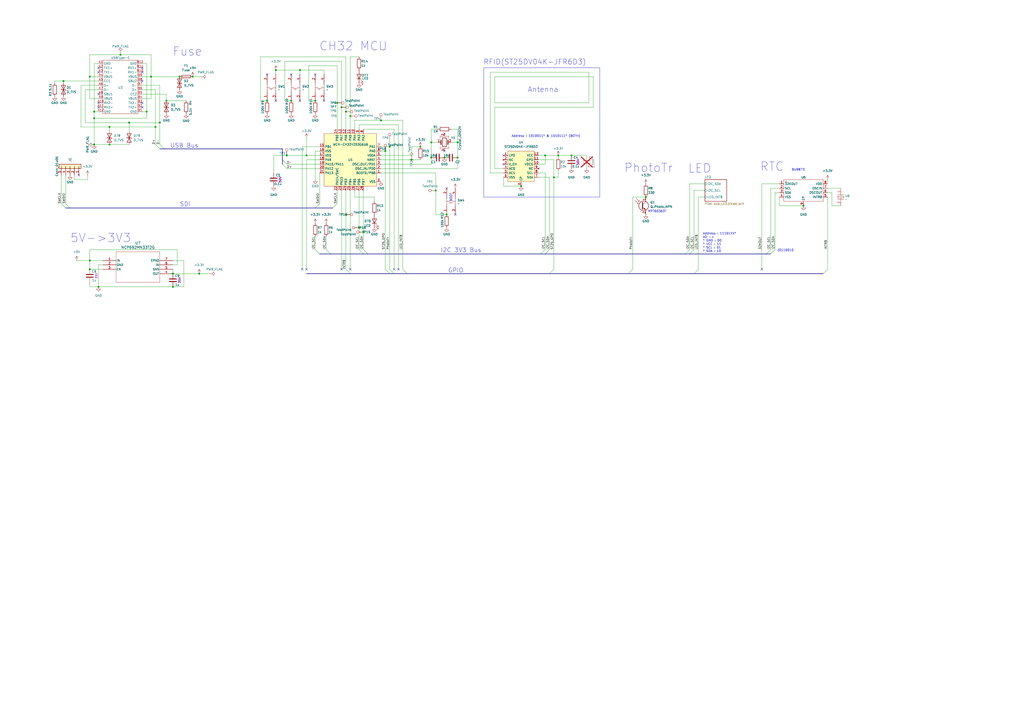
<source format=kicad_sch>
(kicad_sch (version 20231120) (generator "eeschema") (generator_version "8.0")
  (paper "A2")
  (junction (at 374.65 114.3))
  (junction (at 104.14 44.45))
  (junction (at 87.63 44.45))
  (junction (at 173.99 40.64))
  (junction (at 54.61 83.82))
  (junction (at 257.81 91.44))
  (junction (at 92.71 71.12))
  (junction (at 52.07 156.21))
  (junction (at 74.93 71.12))
  (junction (at 168.91 58.42))
  (junction (at 154.94 58.42))
  (junction (at 200.66 124.46))
  (junction (at 203.2 67.31))
  (junction (at 252.73 110.49))
  (junction (at 69.85 31.75))
  (junction (at 63.5 83.82))
  (junction (at 85.09 64.77))
  (junction (at 265.43 91.44))
  (junction (at 302.26 107.95))
  (junction (at 466.09 119.38))
  (junction (at 210.82 134.62))
  (junction (at 52.07 44.45))
  (junction (at 100.33 158.75))
  (junction (at 331.47 90.17))
  (junction (at 198.12 62.23))
  (junction (at 115.57 158.75))
  (junction (at 195.58 59.69))
  (junction (at 166.37 90.17))
  (junction (at 316.23 90.17))
  (junction (at 52.07 151.13))
  (junction (at 200.66 64.77))
  (junction (at 63.5 73.66))
  (junction (at 54.61 64.77))
  (junction (at 226.06 85.09))
  (junction (at 182.88 58.42))
  (junction (at 238.76 92.71))
  (junction (at 54.61 68.58))
  (junction (at 57.15 166.37))
  (junction (at 250.19 91.44))
  (junction (at 243.84 85.09))
  (junction (at 223.52 87.63))
  (junction (at 111.76 44.45))
  (junction (at 250.19 82.55))
  (junction (at 160.02 40.64))
  (junction (at 90.17 73.66))
  (junction (at 100.33 166.37))
  (junction (at 36.83 46.99))
  (junction (at 220.98 69.85))
  (junction (at 323.85 90.17))
  (junction (at 177.8 90.17))
  (junction (at 321.31 102.87))
  (junction (at 208.28 132.08))
  (junction (at 265.43 82.55))
  (junction (at 259.08 124.46))
  (junction (at 96.52 58.42))
  (no_connect (at 168.91 43.18))
  (no_connect (at 82.55 46.99))
  (no_connect (at 187.96 58.42))
  (no_connect (at 198.12 156.21))
  (no_connect (at 231.14 156.21))
  (no_connect (at 182.88 43.18))
  (no_connect (at 57.15 62.23))
  (no_connect (at 57.15 41.91))
  (no_connect (at 82.55 39.37))
  (no_connect (at 154.94 43.18))
  (no_connect (at 57.15 59.69))
  (no_connect (at 257.81 77.47))
  (no_connect (at 228.6 156.21))
  (no_connect (at 57.15 54.61))
  (no_connect (at 82.55 62.23))
  (no_connect (at 203.2 156.21))
  (no_connect (at 45.72 101.6))
  (no_connect (at 175.26 156.1886))
  (no_connect (at 57.15 39.37))
  (no_connect (at 82.55 59.69))
  (no_connect (at 177.8 156.21))
  (no_connect (at 264.16 124.46))
  (no_connect (at 160.02 58.42))
  (no_connect (at 257.81 87.63))
  (no_connect (at 292.1 95.25))
  (no_connect (at 292.1 90.17))
  (no_connect (at 259.08 109.22))
  (no_connect (at 441.96 156.21))
  (no_connect (at 82.55 41.91))
  (no_connect (at 173.99 58.42))
  (bus_entry (at 95.25 86.36) (size -2.54 -2.54))
  (bus_entry (at 397.51 147.32) (size 2.54 -2.54))
  (bus_entry (at 166.37 95.25) (size -2.54 -2.54))
  (bus_entry (at 195.58 118.11) (size -2.54 2.54))
  (bus_entry (at 316.23 144.78) (size -2.54 2.54))
  (bus_entry (at 182.88 144.78) (size 2.54 2.54))
  (bus_entry (at 318.77 158.75) (size 2.54 -2.54))
  (bus_entry (at 92.71 86.36) (size -2.54 -2.54))
  (bus_entry (at 210.82 144.78) (size 2.54 2.54))
  (bus_entry (at 318.77 144.78) (size -2.54 2.54))
  (bus_entry (at 208.28 144.78) (size 2.54 2.54))
  (bus_entry (at 228.6 158.75) (size -2.54 -2.54))
  (bus_entry (at 38.1 120.65) (size -2.54 -2.54))
  (bus_entry (at 40.64 120.65) (size -2.54 -2.54))
  (bus_entry (at 189.23 144.78) (size 2.54 2.54))
  (bus_entry (at 447.04 147.32) (size 2.54 -2.54))
  (bus_entry (at 405.13 156.21) (size -2.54 2.54))
  (bus_entry (at 185.42 118.11) (size -2.54 2.54))
  (bus_entry (at 444.5 147.32) (size 2.54 -2.54))
  (bus_entry (at 226.06 158.75) (size -2.54 -2.54))
  (bus_entry (at 166.37 97.79) (size -2.54 -2.54))
  (bus_entry (at 236.22 158.75) (size -2.54 -2.54))
  (bus_entry (at 364.49 158.75) (size 2.54 -2.54))
  (bus_entry (at 480.06 156.21) (size -2.54 2.54))
  (bus_entry (at 400.05 147.32) (size 2.54 -2.54))
  (bus_entry (at 200.66 156.21) (size 2.54 2.54))
  (bus (pts (xy 95.25 86.36) (xy 163.83 86.36)))
  (wire (pts (xy 200.66 110.49) (xy 200.66 124.46)))
  (wire (pts (xy 54.61 64.77) (xy 57.15 64.77)))
  (wire (pts (xy 233.68 69.85) (xy 233.68 156.21)))
  (wire (pts (xy 185.42 92.71) (xy 177.8 92.71)))
  (bus (pts (xy 38.1 120.65) (xy 40.64 120.65)))
  (wire (pts (xy 480.06 111.76) (xy 482.6 111.76)))
  (wire (pts (xy 408.94 114.3) (xy 405.13 114.3)))
  (wire (pts (xy 452.12 106.68) (xy 441.96 106.68)))
  (wire (pts (xy 46.99 73.66) (xy 63.5 73.66)))
  (wire (pts (xy 177.8 92.71) (xy 177.8 156.21)))
  (wire (pts (xy 90.17 73.66) (xy 90.17 83.82)))
  (wire (pts (xy 179.07 58.42) (xy 179.07 38.1)))
  (wire (pts (xy 54.61 68.58) (xy 85.09 68.58)))
  (bus (pts (xy 313.69 147.32) (xy 316.23 147.32)))
  (wire (pts (xy 367.03 114.3) (xy 367.03 156.21)))
  (bus (pts (xy 397.51 147.32) (xy 400.05 147.32)))
  (wire (pts (xy 220.98 90.17) (xy 238.76 90.17)))
  (wire (pts (xy 63.5 83.82) (xy 74.93 83.82)))
  (wire (pts (xy 82.55 49.53) (xy 92.71 49.53)))
  (wire (pts (xy 287.02 97.79) (xy 292.1 97.79)))
  (wire (pts (xy 261.62 82.55) (xy 265.43 82.55)))
  (wire (pts (xy 341.63 59.69) (xy 287.02 59.69)))
  (wire (pts (xy 252.73 124.46) (xy 259.08 124.46)))
  (wire (pts (xy 52.07 44.45) (xy 52.07 31.75)))
  (wire (pts (xy 57.15 166.37) (xy 100.33 166.37)))
  (wire (pts (xy 316.23 95.25) (xy 316.23 90.17)))
  (wire (pts (xy 254 74.93) (xy 250.19 74.93)))
  (wire (pts (xy 185.42 85.09) (xy 175.26 85.09)))
  (wire (pts (xy 46.99 49.53) (xy 57.15 49.53)))
  (polyline (pts (xy 280.67 39.37) (xy 280.67 114.3)))
  (wire (pts (xy 210.82 74.93) (xy 228.6 74.93)))
  (wire (pts (xy 321.31 92.71) (xy 321.31 102.87)))
  (wire (pts (xy 189.23 137.16) (xy 189.23 144.78)))
  (wire (pts (xy 321.31 102.87) (xy 321.31 156.21)))
  (bus (pts (xy 364.49 158.75) (xy 402.59 158.75)))
  (wire (pts (xy 208.28 72.39) (xy 231.14 72.39)))
  (wire (pts (xy 54.61 36.83) (xy 54.61 64.77)))
  (wire (pts (xy 82.55 64.77) (xy 85.09 64.77)))
  (wire (pts (xy 198.12 62.23) (xy 198.12 74.93)))
  (bus (pts (xy 236.22 158.75) (xy 318.77 158.75)))
  (wire (pts (xy 238.76 92.71) (xy 243.84 92.71)))
  (wire (pts (xy 177.8 80.01) (xy 177.8 90.17)))
  (wire (pts (xy 316.23 90.17) (xy 323.85 90.17)))
  (wire (pts (xy 449.58 144.78) (xy 449.58 111.76)))
  (bus (pts (xy 210.82 147.32) (xy 213.36 147.32)))
  (bus (pts (xy 444.5 147.32) (xy 447.04 147.32)))
  (wire (pts (xy 252.73 110.49) (xy 252.73 124.46)))
  (wire (pts (xy 69.85 31.75) (xy 87.63 31.75)))
  (wire (pts (xy 226.06 81.28) (xy 226.06 85.09)))
  (wire (pts (xy 203.2 110.49) (xy 203.2 156.21)))
  (wire (pts (xy 52.07 163.83) (xy 52.07 166.37)))
  (wire (pts (xy 312.42 90.17) (xy 316.23 90.17)))
  (wire (pts (xy 323.85 99.06) (xy 323.85 102.87)))
  (wire (pts (xy 166.37 97.79) (xy 185.42 97.79)))
  (wire (pts (xy 208.28 74.93) (xy 208.28 72.39)))
  (wire (pts (xy 46.99 49.53) (xy 46.99 73.66)))
  (wire (pts (xy 205.74 69.85) (xy 220.98 69.85)))
  (wire (pts (xy 250.19 82.55) (xy 254 82.55)))
  (wire (pts (xy 49.53 52.07) (xy 57.15 52.07)))
  (wire (pts (xy 102.87 144.78) (xy 52.07 144.78)))
  (wire (pts (xy 182.88 58.42) (xy 179.07 58.42)))
  (bus (pts (xy 402.59 158.75) (xy 477.52 158.75)))
  (wire (pts (xy 59.69 156.21) (xy 52.07 156.21)))
  (wire (pts (xy 54.61 68.58) (xy 54.61 83.82)))
  (wire (pts (xy 344.17 44.45) (xy 344.17 62.23)))
  (wire (pts (xy 187.96 43.18) (xy 187.96 40.64)))
  (wire (pts (xy 203.2 33.02) (xy 203.2 67.31)))
  (wire (pts (xy 265.43 74.93) (xy 265.43 82.55)))
  (wire (pts (xy 52.07 44.45) (xy 57.15 44.45)))
  (wire (pts (xy 87.63 44.45) (xy 87.63 31.75)))
  (wire (pts (xy 57.15 36.83) (xy 54.61 36.83)))
  (wire (pts (xy 200.66 64.77) (xy 200.66 74.93)))
  (wire (pts (xy 85.09 64.77) (xy 85.09 68.58)))
  (wire (pts (xy 106.68 151.13) (xy 106.68 166.37)))
  (wire (pts (xy 200.66 33.02) (xy 200.66 64.77)))
  (wire (pts (xy 57.15 153.67) (xy 57.15 166.37)))
  (wire (pts (xy 52.07 144.78) (xy 52.07 151.13)))
  (wire (pts (xy 217.17 114.3) (xy 205.74 114.3)))
  (wire (pts (xy 59.69 153.67) (xy 57.15 153.67)))
  (wire (pts (xy 63.5 73.66) (xy 63.5 76.2)))
  (wire (pts (xy 38.1 101.6) (xy 38.1 118.11)))
  (wire (pts (xy 220.98 92.71) (xy 238.76 92.71)))
  (wire (pts (xy 261.62 74.93) (xy 265.43 74.93)))
  (bus (pts (xy 228.6 158.75) (xy 236.22 158.75)))
  (bus (pts (xy 92.71 86.36) (xy 95.25 86.36)))
  (wire (pts (xy 200.66 33.02) (xy 151.13 33.02)))
  (wire (pts (xy 185.42 100.33) (xy 185.42 118.11)))
  (wire (pts (xy 92.71 71.12) (xy 92.71 83.82)))
  (wire (pts (xy 400.05 106.68) (xy 408.94 106.68)))
  (wire (pts (xy 50.8 104.14) (xy 43.18 104.14)))
  (wire (pts (xy 341.63 41.91) (xy 341.63 59.69)))
  (wire (pts (xy 482.6 111.76) (xy 482.6 119.38)))
  (wire (pts (xy 185.42 87.63) (xy 182.88 87.63)))
  (wire (pts (xy 82.55 57.15) (xy 87.63 57.15)))
  (wire (pts (xy 223.52 87.63) (xy 223.52 156.21)))
  (wire (pts (xy 441.96 106.68) (xy 441.96 156.21)))
  (wire (pts (xy 151.13 58.42) (xy 151.13 33.02)))
  (wire (pts (xy 195.58 59.69) (xy 195.58 74.93)))
  (wire (pts (xy 198.12 110.49) (xy 198.12 156.21)))
  (wire (pts (xy 205.74 114.3) (xy 205.74 110.49)))
  (wire (pts (xy 102.87 153.67) (xy 102.87 144.78)))
  (wire (pts (xy 92.71 49.53) (xy 92.71 71.12)))
  (wire (pts (xy 480.06 109.22) (xy 487.68 109.22)))
  (wire (pts (xy 400.05 144.78) (xy 400.05 106.68)))
  (wire (pts (xy 96.52 58.42) (xy 96.52 54.61)))
  (wire (pts (xy 195.58 110.49) (xy 195.58 118.11)))
  (wire (pts (xy 480.06 114.3) (xy 480.06 156.21)))
  (wire (pts (xy 158.75 90.17) (xy 166.37 90.17)))
  (wire (pts (xy 220.98 97.79) (xy 265.43 97.79)))
  (wire (pts (xy 452.12 109.22) (xy 447.04 109.22)))
  (wire (pts (xy 100.33 153.67) (xy 102.87 153.67)))
  (wire (pts (xy 220.98 100.33) (xy 252.73 100.33)))
  (wire (pts (xy 220.98 95.25) (xy 250.19 95.25)))
  (wire (pts (xy 284.48 100.33) (xy 292.1 100.33)))
  (wire (pts (xy 287.02 44.45) (xy 344.17 44.45)))
  (wire (pts (xy 331.47 90.17) (xy 340.36 90.17)))
  (wire (pts (xy 284.48 41.91) (xy 341.63 41.91)))
  (wire (pts (xy 203.2 67.31) (xy 203.2 74.93)))
  (wire (pts (xy 292.1 102.87) (xy 292.1 107.95)))
  (wire (pts (xy 96.52 58.42) (xy 107.95 58.42)))
  (wire (pts (xy 238.76 85.09) (xy 238.76 90.17)))
  (wire (pts (xy 158.75 100.33) (xy 158.75 90.17)))
  (bus (pts (xy 182.88 120.65) (xy 193.04 120.65)))
  (wire (pts (xy 74.93 71.12) (xy 74.93 76.2)))
  (wire (pts (xy 100.33 156.21) (xy 100.33 158.75)))
  (wire (pts (xy 312.42 102.87) (xy 318.77 102.87)))
  (wire (pts (xy 43.18 101.6) (xy 43.18 104.14)))
  (wire (pts (xy 52.07 57.15) (xy 57.15 57.15)))
  (wire (pts (xy 52.07 156.21) (xy 52.07 151.13)))
  (wire (pts (xy 287.02 62.23) (xy 287.02 97.79)))
  (wire (pts (xy 49.53 71.12) (xy 74.93 71.12)))
  (wire (pts (xy 69.85 31.75) (xy 69.85 30.48)))
  (wire (pts (xy 111.76 44.45) (xy 116.84 44.45)))
  (polyline (pts (xy 347.98 114.3) (xy 280.67 114.3)))
  (wire (pts (xy 312.42 95.25) (xy 316.23 95.25)))
  (wire (pts (xy 252.73 100.33) (xy 252.73 110.49)))
  (wire (pts (xy 449.58 111.76) (xy 452.12 111.76)))
  (wire (pts (xy 100.33 158.75) (xy 115.57 158.75)))
  (wire (pts (xy 220.98 87.63) (xy 223.52 87.63)))
  (wire (pts (xy 447.04 109.22) (xy 447.04 144.78)))
  (wire (pts (xy 63.5 73.66) (xy 90.17 73.66)))
  (wire (pts (xy 250.19 95.25) (xy 250.19 91.44)))
  (wire (pts (xy 323.85 90.17) (xy 323.85 91.44)))
  (wire (pts (xy 210.82 110.49) (xy 210.82 134.62)))
  (wire (pts (xy 187.96 40.64) (xy 173.99 40.64)))
  (wire (pts (xy 173.99 43.18) (xy 173.99 40.64)))
  (wire (pts (xy 52.07 151.13) (xy 59.69 151.13)))
  (bus (pts (xy 400.05 147.32) (xy 444.5 147.32)))
  (wire (pts (xy 228.6 74.93) (xy 228.6 156.21)))
  (wire (pts (xy 90.17 52.07) (xy 90.17 73.66)))
  (wire (pts (xy 312.42 92.71) (xy 321.31 92.71)))
  (wire (pts (xy 35.56 101.6) (xy 35.56 118.11)))
  (wire (pts (xy 36.83 46.99) (xy 57.15 46.99)))
  (bus (pts (xy 226.06 158.75) (xy 228.6 158.75)))
  (wire (pts (xy 166.37 90.17) (xy 177.8 90.17)))
  (bus (pts (xy 177.8 158.75) (xy 203.2 158.75)))
  (wire (pts (xy 82.55 36.83) (xy 85.09 36.83)))
  (bus (pts (xy 163.83 92.71) (xy 163.83 86.36)))
  (wire (pts (xy 208.28 110.49) (xy 208.28 132.08)))
  (wire (pts (xy 250.19 82.55) (xy 250.19 91.44)))
  (wire (pts (xy 208.28 33.02) (xy 203.2 33.02)))
  (wire (pts (xy 405.13 114.3) (xy 405.13 156.21)))
  (wire (pts (xy 179.07 38.1) (xy 195.58 38.1)))
  (wire (pts (xy 54.61 64.77) (xy 54.61 68.58)))
  (bus (pts (xy 318.77 158.75) (xy 364.49 158.75)))
  (bus (pts (xy 203.2 158.75) (xy 226.06 158.75)))
  (wire (pts (xy 480.06 104.14) (xy 480.06 106.68)))
  (wire (pts (xy 166.37 95.25) (xy 185.42 95.25)))
  (polyline (pts (xy 347.98 39.37) (xy 347.98 114.3)))
  (wire (pts (xy 182.88 137.16) (xy 182.88 144.78)))
  (wire (pts (xy 31.75 48.26) (xy 31.75 46.99)))
  (wire (pts (xy 408.94 110.49) (xy 402.59 110.49)))
  (wire (pts (xy 44.45 151.13) (xy 52.07 151.13)))
  (wire (pts (xy 402.59 110.49) (xy 402.59 144.78)))
  (wire (pts (xy 316.23 100.33) (xy 316.23 144.78)))
  (bus (pts (xy 185.42 147.32) (xy 191.77 147.32)))
  (wire (pts (xy 87.63 44.45) (xy 104.14 44.45)))
  (wire (pts (xy 231.14 72.39) (xy 231.14 156.21)))
  (wire (pts (xy 82.55 52.07) (xy 90.17 52.07)))
  (wire (pts (xy 168.91 58.42) (xy 165.1 58.42)))
  (wire (pts (xy 482.6 119.38) (xy 487.68 119.38)))
  (wire (pts (xy 54.61 83.82) (xy 63.5 83.82)))
  (wire (pts (xy 318.77 102.87) (xy 318.77 144.78)))
  (wire (pts (xy 226.06 85.09) (xy 226.06 156.21)))
  (wire (pts (xy 250.19 74.93) (xy 250.19 82.55)))
  (wire (pts (xy 205.74 74.93) (xy 205.74 69.85)))
  (wire (pts (xy 323.85 90.17) (xy 331.47 90.17)))
  (wire (pts (xy 316.23 100.33) (xy 312.42 100.33)))
  (bus (pts (xy 191.77 147.32) (xy 210.82 147.32)))
  (bus (pts (xy 213.36 147.32) (xy 313.69 147.32)))
  (wire (pts (xy 165.1 58.42) (xy 165.1 35.56)))
  (wire (pts (xy 85.09 64.77) (xy 85.09 36.83)))
  (wire (pts (xy 100.33 151.13) (xy 106.68 151.13)))
  (wire (pts (xy 160.02 40.64) (xy 160.02 43.18)))
  (wire (pts (xy 210.82 134.62) (xy 210.82 144.78)))
  (wire (pts (xy 50.8 101.6) (xy 50.8 104.14)))
  (wire (pts (xy 100.33 166.37) (xy 106.68 166.37)))
  (wire (pts (xy 452.12 119.38) (xy 466.09 119.38)))
  (bus (pts (xy 40.64 120.65) (xy 182.88 120.65)))
  (wire (pts (xy 160.02 40.64) (xy 173.99 40.64)))
  (wire (pts (xy 220.98 69.85) (xy 233.68 69.85)))
  (wire (pts (xy 175.26 85.09) (xy 175.26 156.21)))
  (bus (pts (xy 163.83 95.25) (xy 163.83 92.71)))
  (wire (pts (xy 217.17 116.84) (xy 217.17 114.3)))
  (wire (pts (xy 323.85 102.87) (xy 321.31 102.87)))
  (wire (pts (xy 208.28 132.08) (xy 208.28 144.78)))
  (wire (pts (xy 36.83 46.99) (xy 31.75 46.99)))
  (wire (pts (xy 52.07 44.45) (xy 52.07 57.15)))
  (wire (pts (xy 302.26 107.95) (xy 292.1 107.95)))
  (wire (pts (xy 177.8 90.17) (xy 185.42 90.17)))
  (wire (pts (xy 265.43 82.55) (xy 265.43 91.44)))
  (wire (pts (xy 52.07 31.75) (xy 69.85 31.75)))
  (wire (pts (xy 87.63 44.45) (xy 87.63 57.15)))
  (wire (pts (xy 344.17 62.23) (xy 287.02 62.23)))
  (wire (pts (xy 287.02 59.69) (xy 287.02 44.45)))
  (wire (pts (xy 195.58 38.1) (xy 195.58 59.69)))
  (wire (pts (xy 74.93 71.12) (xy 92.71 71.12)))
  (wire (pts (xy 198.12 35.56) (xy 165.1 35.56)))
  (wire (pts (xy 52.07 166.37) (xy 57.15 166.37)))
  (wire (pts (xy 154.94 58.42) (xy 151.13 58.42)))
  (wire (pts (xy 82.55 54.61) (xy 96.52 54.61)))
  (wire (pts (xy 36.83 48.26) (xy 36.83 46.99)))
  (wire (pts (xy 121.92 158.75) (xy 115.57 158.75)))
  (wire (pts (xy 198.12 35.56) (xy 198.12 62.23)))
  (wire (pts (xy 49.53 52.07) (xy 49.53 71.12)))
  (wire (pts (xy 220.98 85.09) (xy 226.06 85.09)))
  (wire (pts (xy 265.43 97.79) (xy 265.43 91.44)))
  (wire (pts (xy 452.12 114.3) (xy 452.12 119.38)))
  (polyline (pts (xy 280.67 39.37) (xy 347.98 39.37)))
  (bus (pts (xy 316.23 147.32) (xy 397.51 147.32)))
  (wire (pts (xy 284.48 100.33) (xy 284.48 41.91)))
  (wire (pts (xy 243.84 85.09) (xy 238.76 85.09)))
  (wire (pts (xy 200.66 124.46) (xy 200.66 156.21)))
  (wire (pts (xy 374.65 114.3) (xy 367.03 114.3)))
  (wire (pts (xy 182.88 87.63) (xy 182.88 104.14)))
  (wire (pts (xy 82.55 44.45) (xy 87.63 44.45)))
  (text "Address : 11101XX*\nAD ->\n* GND : 00\n* VCC : 11\n* SCL : 01\n* SDA : 10" (at 407.67 146.558 0) (effects (font (size 1.27 1.27)) (justify left bottom)))
  (text "PhotoTr" (at 376.174 97.536 0) (effects (font (size 5 5))))
  (text "MPT60363T" (at 381.254 122.682 0) (effects (font (size 1.27 1.27))))
  (text "GPIO" (at 264.414 156.972 0) (effects (font (size 2.5 2.5))))
  (text "RFID(ST25DV04K-JFR6D3)" (at 280.416 37.846 0) (effects (font (size 3 3)) (justify left bottom)))
  (text "(0110010" (at 455.676 145.288 0) (effects (font (size 1.27 1.27))))
  (text "USB Bus" (at 106.934 84.582 0) (effects (font (size 2.5 2.5))))
  (text "RTC" (at 447.802 96.774 0) (effects (font (size 5 5))))
  (text "Fuse" (at 108.712 29.972 0) (effects (font (size 5 5))))
  (text "BU9873" (at 463.042 98.552 0) (effects (font (size 1.27 1.27))))
  (text "BOOT" (at 261.62 114.554 90) (effects (font (size 1.27 1.27))))
  (text "5V->3V3" (at 58.42 138.176 0) (effects (font (size 5 5))))
  (text "Antenna" (at 306.07 53.848 0) (effects (font (size 3 3)) (justify left bottom)))
  (text "CH32 MCU" (at 204.978 26.924 0) (effects (font (size 5 5))))
  (text "SDI" (at 107.442 118.618 0) (effects (font (size 2.5 2.5))))
  (text "LED" (at 405.892 97.79 0) (effects (font (size 5 5))))
  (text "I2C 3V3 Bus" (at 267.462 145.288 0) (effects (font (size 2.5 2.5))))
  (text "Address : 1010011* & 1010111* (BOTH)" (at 296.672 79.756 0) (effects (font (size 1.27 1.27)) (justify left bottom)))
  (label "I2C_SCL" (at 316.23 144.78 90))
  (label "32KOUT" (at 441.96 144.78 90))
  (label "ST25_GPO" (at 223.52 144.78 90))
  (label "D-" (at 166.37 95.25 0))
  (label "PhotoTr" (at 226.06 144.78 90))
  (label "I2C_SDA" (at 318.77 144.78 90))
  (label "D-" (at 92.71 83.82 90))
  (label "INTRB" (at 200.66 156.21 90))
  (label "I2C_SDA" (at 210.82 144.78 90))
  (label "I2C_SCL" (at 447.04 144.78 90))
  (label "I2C_SCL" (at 208.28 144.78 90))
  (label "LED_INTB" (at 405.13 144.78 90))
  (label "I2C_SDA" (at 400.05 144.78 90))
  (label "SWDIO" (at 185.42 118.11 90))
  (label "I2C_SDA" (at 189.23 144.78 90))
  (label "PhotoTr" (at 367.03 144.78 90))
  (label "SWCLK" (at 35.56 118.11 90))
  (label "D+" (at 90.17 83.82 90))
  (label "I2C_SCL" (at 402.59 144.78 90))
  (label "ST25_GPO" (at 321.31 144.78 90))
  (label "I2C_SDA" (at 449.58 144.78 90))
  (label "SWDIO" (at 38.1 118.11 90))
  (label "I2C_SCL" (at 182.88 144.78 90))
  (label "SWCLK" (at 195.58 118.11 90))
  (label "LED_INTB" (at 233.68 144.78 90))
  (label "INTRB" (at 480.06 144.78 90))
  (label "D+" (at 166.37 97.79 0))
  (symbol (lib_id "Device:R") (at 257.81 74.93 90) (unit 1)
    (property "Reference" "R1" (at 252.73 73.66 90))
    (property "Value" "1M" (at 252.73 76.2 90))
    (property "Footprint" "Resistor_SMD:R_0402_1005Metric" (effects (hide yes)))
    (property "LCSC" "C26083" (effects (hide yes)))
    (property "MPN" "0402WGF1004TCE" (effects (hide yes)))
  )
  (symbol (lib_id "power:+5V") (at 44.45 151.13 0) (unit 1)
    (property "Reference" "#PWR023" (effects (hide yes)))
    (property "Value" "+5V" (at 44.45 146.05 0))
    (property "Description" "Power symbol creates a global label with name \"+5V\"" (effects (hide yes)))
  )
  (symbol (lib_id "power:+3.3V") (at 323.85 90.17 0) (unit 1)
    (property "Reference" "#PWR041" (effects (hide yes)))
    (property "Value" "+3.3V" (at 323.85 86.106 0))
    (property "Description" "Power symbol creates a global label with name \"+3.3V\"" (effects (hide yes)))
  )
  (symbol (lib_id "power:PWR_FLAG") (at 69.85 30.48 0) (unit 1)
    (property "Reference" "#FLG01" (effects (hide yes)))
    (property "Value" "PWR_FLAG" (at 69.85 26.924 0))
  )
  (symbol (lib_id "Device:C") (at 340.36 93.98 0) (unit 1) (dnp yes)
    (property "Reference" "C3" (at 342.9 91.44 0))
    (property "Value" "4.7u" (at 342.9 96.52 0))
    (property "Footprint" "Capacitor_SMD:C_0402_1005Metric" (effects (hide yes)))
    (property "LCSC" "C23733" (effects (hide yes)))
    (property "MPN" "CL05A475MP5NRNC" (effects (hide yes)))
    (property "V" "10V" (at 344.17 93.98 90))
  )
  (symbol (lib_id "power:GND") (at 340.36 97.79 0) (unit 1)
    (property "Reference" "#PWR04" (effects (hide yes)))
    (property "Value" "GND" (at 340.36 102.87 0))
  )
  (symbol (lib_id "Device:Q_Photo_NPN") (at 372.11 119.38 0) (unit 1)
    (property "Reference" "Q1" (at 377.19 117.3606 0) (effects (justify left)))
    (property "Value" "Q_Photo_NPN" (at 377.19 119.9006 0) (effects (justify left)))
    (property "Footprint" "__prj_type-c-clock-analog:MPT6036T" (effects (hide yes)))
    (property "Description" "NPN phototransistor, collector/emitter" (effects (hide yes)))
    (property "LCSC" "C50493" (effects (hide yes)))
    (property "MPN" "MPT60363T" (effects (hide yes)))
  )
  (symbol (lib_id "__prj_type-c-clock-analog:TS-1087SM-26") (at 185.42 50.8 90) (unit 1)
    (property "Reference" "SW3" (at 189.23 50.1649 90) (effects (justify right)))
    (property "Value" "~" (at 189.23 52.07 90) (effects (justify right)))
    (property "Footprint" "__prj_type-c-clock-analog:KEY-SMD_4P-L4.8-W4.8-P3.70-LS6.4-TL" (effects (hide yes)))
    (property "LCSC" "C455275" (effects (hide yes)))
    (property "MPN" "TS-1087SM-26" (effects (hide yes)))
  )
  (symbol (lib_id "power:+3.3V") (at 182.88 129.54 0) (unit 1)
    (property "Reference" "#PWR025" (effects (hide yes)))
    (property "Value" "+3.3V" (at 182.88 124.46 0))
    (property "Description" "Power symbol creates a global label with name \"+3.3V\"" (effects (hide yes)))
  )
  (symbol (lib_id "Device:R") (at 182.88 133.35 0) (unit 1)
    (property "Reference" "R7" (at 184.15 132.08 0) (effects (justify left)))
    (property "Value" "1k" (at 184.15 134.62 0) (effects (justify left)))
    (property "Footprint" "Resistor_SMD:R_0402_1005Metric" (effects (hide yes)))
    (property "LCSC" "C11702" (effects (hide yes)))
    (property "MPN" "0402WGF1001TCE" (effects (hide yes)))
  )
  (symbol (lib_id "Device:R") (at 168.91 62.23 0) (unit 1)
    (property "Reference" "R10" (at 166.37 60.96 90) (effects (justify left)))
    (property "Value" "100k" (at 166.37 66.04 90) (effects (justify left)))
    (property "Footprint" "Resistor_SMD:R_0402_1005Metric" (effects (hide yes)))
    (property "LCSC" "C25741" (effects (hide yes)))
    (property "MPN" "0402WGF1003TCE" (effects (hide yes)))
  )
  (symbol (lib_id "__member_card_2023:ST25DV04K-JFR6D3") (at 302.26 96.52 0) (unit 1)
    (property "Reference" "U4" (at 302.26 82.55 0))
    (property "Value" "ST25DV04K-JFR6D3" (at 302.26 85.09 0))
    (property "Footprint" "__prj_type-c-clock-analog:ST25DV04K-JFR6D3" (effects (hide yes)))
    (property "LCSC" "C2654815" (effects (hide yes)))
    (property "MPN" "ST25DV04K-JFR6D3" (effects (hide yes)))
  )
  (symbol (lib_id "Device:D_TVS") (at 96.52 62.23 90) (unit 1)
    (property "Reference" "D3" (at 99.06 60.96 90) (effects (justify right)))
    (property "Value" "D_TVS" (at 99.06 63.5 90) (effects (justify right)))
    (property "Footprint" "Fuse:Fuse_0402_1005Metric" (effects (hide yes)))
    (property "LCSC" "C316059" (effects (hide yes)))
    (property "MPN" "BPESD0402-05ST" (effects (hide yes)))
  )
  (symbol (lib_id "Connector:TestPoint") (at 195.58 59.69 270) (unit 1)
    (property "Reference" "TP8" (at 191.516 59.69 90) (effects (justify left)))
    (property "Value" "TestPoint" (at 199.898 58.42 90) (effects (justify left)))
    (property "Footprint" "__prj_type-c-clock-analog:TestPoint_Pad_D1.0mm" (effects (hide yes)))
    (property "Description" "test point" (effects (hide yes)))
  )
  (symbol (lib_id "__prj_type-c-clock-analog:TS-1087SM-26") (at 261.62 116.84 90) (unit 1)
    (property "Reference" "SW4" (at 265.43 116.2049 90) (effects (justify right)))
    (property "Value" "~" (at 265.43 118.11 90) (effects (justify right)))
    (property "Footprint" "__prj_type-c-clock-analog:KEY-SMD_4P-L4.8-W4.8-P3.70-LS6.4-TL" (effects (hide yes)))
    (property "LCSC" "C455275" (effects (hide yes)))
    (property "MPN" "TS-1087SM-26" (effects (hide yes)))
  )
  (symbol (lib_id "Connector:TestPoint") (at 200.66 64.77 270) (unit 1)
    (property "Reference" "TP6" (at 191.516 64.262 90) (effects (justify left)))
    (property "Value" "TestPoint" (at 205.232 64.262 90) (effects (justify left)))
    (property "Footprint" "__prj_type-c-clock-analog:TestPoint_Pad_D1.0mm" (effects (hide yes)))
    (property "Description" "test point" (effects (hide yes)))
  )
  (symbol (lib_id "power:GND") (at 36.83 55.88 0) (unit 1)
    (property "Reference" "#PWR06" (effects (hide yes)))
    (property "Value" "GND" (at 36.83 59.69 0))
  )
  (symbol (lib_id "Device:R") (at 208.28 36.83 0) (unit 1)
    (property "Reference" "R14" (at 209.55 35.56 0) (effects (justify left)))
    (property "Value" "1k" (at 209.55 38.1 0) (effects (justify left)))
    (property "Footprint" "Resistor_SMD:R_0402_1005Metric" (effects (hide yes)))
    (property "LCSC" "C11702" (effects (hide yes)))
    (property "MPN" "0402WGF1001TCE" (effects (hide yes)))
  )
  (symbol (lib_id "__prj_type-c-clock-analog:TS-1087SM-26") (at 157.48 50.8 90) (unit 1)
    (property "Reference" "SW1" (at 161.29 50.1649 90) (effects (justify right)))
    (property "Value" "~" (at 161.29 52.07 90) (effects (justify right)))
    (property "Footprint" "__prj_type-c-clock-analog:KEY-SMD_4P-L4.8-W4.8-P3.70-LS6.4-TL" (effects (hide yes)))
    (property "LCSC" "C455275" (effects (hide yes)))
    (property "MPN" "TS-1087SM-26" (effects (hide yes)))
  )
  (symbol (lib_id "power:GND") (at 168.91 66.04 0) (unit 1)
    (property "Reference" "#PWR034" (effects (hide yes)))
    (property "Value" "GND" (at 168.91 69.85 0))
  )
  (symbol (lib_id "power:+3.3V") (at 480.06 104.14 0) (unit 1)
    (property "Reference" "#PWR019" (effects (hide yes)))
    (property "Value" "+3.3V" (at 480.06 99.06 0))
    (property "Description" "Power symbol creates a global label with name \"+3.3V\"" (effects (hide yes)))
  )
  (symbol (lib_id "Device:R") (at 323.85 95.25 0) (unit 1)
    (property "Reference" "R2" (at 325.12 93.98 0) (effects (justify left)))
    (property "Value" "10k" (at 325.12 96.52 0) (effects (justify left)))
    (property "Footprint" "Resistor_SMD:R_0402_1005Metric" (effects (hide yes)))
    (property "LCSC" "C25744" (effects (hide yes)))
    (property "MPN" "0402WGF1002TCE" (effects (hide yes)))
  )
  (symbol (lib_id "power:GND") (at 259.08 132.08 0) (unit 1)
    (property "Reference" "#PWR031" (effects (hide yes)))
    (property "Value" "GND" (at 259.08 135.89 0))
  )
  (symbol (lib_id "power:GND") (at 331.47 97.79 0) (unit 1)
    (property "Reference" "#PWR05" (effects (hide yes)))
    (property "Value" "GND" (at 331.47 102.87 0))
  )
  (symbol (lib_id "power:+3.3V") (at 160.02 40.64 0) (unit 1)
    (property "Reference" "#PWR032" (effects (hide yes)))
    (property "Value" "+3.3V" (at 160.02 35.56 0))
    (property "Description" "Power symbol creates a global label with name \"+3.3V\"" (effects (hide yes)))
  )
  (symbol (lib_id "Device:R") (at 182.88 62.23 0) (unit 1)
    (property "Reference" "R11" (at 180.34 60.96 90) (effects (justify left)))
    (property "Value" "100k" (at 180.34 66.04 90) (effects (justify left)))
    (property "Footprint" "Resistor_SMD:R_0402_1005Metric" (effects (hide yes)))
    (property "LCSC" "C25741" (effects (hide yes)))
    (property "MPN" "0402WGF1003TCE" (effects (hide yes)))
  )
  (symbol (lib_id "Connector:TestPoint") (at 203.2 67.31 270) (unit 1)
    (property "Reference" "TP5" (at 191.77 67.31 90) (effects (justify left)))
    (property "Value" "TestPoint" (at 207.518 67.056 90) (effects (justify left)))
    (property "Footprint" "__prj_type-c-clock-analog:TestPoint_Pad_D1.0mm" (effects (hide yes)))
    (property "Description" "test point" (effects (hide yes)))
  )
  (symbol (lib_id "power:GND") (at 104.14 52.07 0) (unit 1)
    (property "Reference" "#PWR07" (effects (hide yes)))
    (property "Value" "GND" (at 104.14 55.88 0))
  )
  (symbol (lib_id "Koyama:USBType-C") (at 69.85 50.8 0) (unit 1)
    (property "Reference" "U3" (at 69.85 50.8 0))
    (property "Value" "USBType-C" (at 69.85 33.528 0))
    (property "Footprint" "__prj_type-c-clock-analog:USBType-C" (effects (hide yes)))
  )
  (symbol (lib_id "Connector:TestPoint") (at 166.37 90.17 0) (unit 1)
    (property "Reference" "TP11" (at 162.052 88.9 0) (effects (justify left)))
    (property "Value" "TestPoint" (at 167.64 86.614 0) (effects (justify left)))
    (property "Footprint" "__prj_type-c-clock-analog:TestPoint_Pad_D1.0mm" (effects (hide yes)))
    (property "Description" "test point" (effects (hide yes)))
  )
  (symbol (lib_id "power:PWR_FLAG") (at 121.92 158.75 270) (unit 1)
    (property "Reference" "#FLG04" (effects (hide yes)))
    (property "Value" "PWR_FLAG" (at 124.46 156.21 90))
  )
  (symbol (lib_id "power:+3.3V") (at 374.65 106.68 0) (unit 1)
    (property "Reference" "#PWR020" (effects (hide yes)))
    (property "Value" "+3.3V" (at 374.65 101.6 0))
    (property "Description" "Power symbol creates a global label with name \"+3.3V\"" (effects (hide yes)))
  )
  (symbol (lib_id "power:+3.3V") (at 264.16 109.22 0) (unit 1)
    (property "Reference" "#PWR035" (effects (hide yes)))
    (property "Value" "+3.3V" (at 264.16 104.14 0))
    (property "Description" "Power symbol creates a global label with name \"+3.3V\"" (effects (hide yes)))
  )
  (symbol (lib_id "__prj_type-c-clock-analog:CM9V-T1A-32.768KHZ-9PF-20PPM-TA-QC") (at 487.68 114.3 270) (unit 1)
    (property "Reference" "U6" (at 490.22 113.6649 90) (effects (justify left)))
    (property "Value" "~" (at 490.22 115.57 90) (effects (justify left)))
    (property "Footprint" "__prj_type-c-clock-analog:CRYSTAL-SMD_L1.6-W1.0" (effects (hide yes)))
    (property "LCSC" "C5366547" (effects (hide yes)))
    (property "MPN" "CM9V-T1A-32.768KHZ-9PF-20PPM-TA-QC" (effects (hide yes)))
  )
  (symbol (lib_id "Device:R") (at 31.75 52.07 180) (unit 1)
    (property "Reference" "R3" (at 29.21 54.61 90))
    (property "Value" "5.1k" (at 29.21 50.546 90))
    (property "Footprint" "Resistor_SMD:R_0402_1005Metric" (effects (hide yes)))
    (property "LCSC" "C25905" (effects (hide yes)))
    (property "MPN" "0402WGF5101TCE" (effects (hide yes)))
  )
  (symbol (lib_id "Connector:TestPoint") (at 208.28 132.08 90) (unit 1)
    (property "Reference" "TP18" (at 212.344 132.08 90) (effects (justify left)))
    (property "Value" "TestPoint" (at 203.962 133.35 90) (effects (justify left)))
    (property "Footprint" "__prj_type-c-clock-analog:TestPoint_Pad_D1.0mm" (effects (hide yes)))
    (property "Description" "test point" (effects (hide yes)))
  )
  (symbol (lib_id "power:GND") (at 96.52 66.04 0) (unit 1)
    (property "Reference" "#PWR010" (effects (hide yes)))
    (property "Value" "GND" (at 96.52 69.85 0))
  )
  (symbol (lib_id "power:+3.3V") (at 189.23 129.54 0) (unit 1)
    (property "Reference" "#PWR026" (effects (hide yes)))
    (property "Value" "+3.3V" (at 189.23 124.46 0))
    (property "Description" "Power symbol creates a global label with name \"+3.3V\"" (effects (hide yes)))
  )
  (symbol (lib_id "Device:D_TVS") (at 104.14 48.26 90) (unit 1)
    (property "Reference" "D2" (at 106.68 46.99 90) (effects (justify right)))
    (property "Value" "D_TVS" (at 106.68 49.53 90) (effects (justify right)))
    (property "Footprint" "Fuse:Fuse_0402_1005Metric" (effects (hide yes)))
    (property "LCSC" "C316059" (effects (hide yes)))
    (property "MPN" "BPESD0402-05ST" (effects (hide yes)))
  )
  (symbol (lib_id "Device:R") (at 259.08 128.27 0) (unit 1)
    (property "Reference" "R12" (at 256.54 127 90) (effects (justify left)))
    (property "Value" "100k" (at 256.54 132.08 90) (effects (justify left)))
    (property "Footprint" "Resistor_SMD:R_0402_1005Metric" (effects (hide yes)))
    (property "LCSC" "C25741" (effects (hide yes)))
    (property "MPN" "0402WGF1003TCE" (effects (hide yes)))
  )
  (symbol (lib_id "Device:LED") (at 217.17 128.27 90) (unit 1)
    (property "Reference" "D76" (at 211.328 128.27 90) (effects (justify right)))
    (property "Value" "LED" (at 211.328 130.81 90) (effects (justify right)))
    (property "Footprint" "__prj_type-c-clock-analog:LED_0603_1608Metric" (effects (hide yes)))
    (property "Description" "Light emitting diode" (effects (hide yes)))
    (property "LCSC" "C2290" (effects (hide yes)))
    (property "MPN" "KT-0603W" (effects (hide yes)))
  )
  (symbol (lib_id "power:GND") (at 182.88 66.04 0) (unit 1)
    (property "Reference" "#PWR030" (effects (hide yes)))
    (property "Value" "GND" (at 182.88 69.85 0))
  )
  (symbol (lib_id "power:+3.3V") (at 50.8 101.6 0) (unit 1)
    (property "Reference" "#PWR038" (effects (hide yes)))
    (property "Value" "+3.3V" (at 50.8 96.52 0))
    (property "Description" "Power symbol creates a global label with name \"+3.3V\"" (effects (hide yes)))
  )
  (symbol (lib_id "power:+5V") (at 111.76 44.45 0) (unit 1)
    (property "Reference" "#PWR022" (effects (hide yes)))
    (property "Value" "+5V" (at 111.76 39.37 0))
    (property "Description" "Power symbol creates a global label with name \"+5V\"" (effects (hide yes)))
  )
  (symbol (lib_id "power:GND") (at 466.09 119.38 0) (unit 1)
    (property "Reference" "#PWR017" (effects (hide yes)))
    (property "Value" "GND" (at 466.09 124.46 0))
  )
  (symbol (lib_id "Device:C") (at 254 91.44 90) (unit 1)
    (property "Reference" "C1" (at 251.46 93.98 90))
    (property "Value" "18p" (at 251.46 90.17 90))
    (property "Footprint" "Capacitor_SMD:C_0402_1005Metric" (effects (hide yes)))
    (property "MPN" "GRM1555C1H180JA01D" (effects (hide yes)))
    (property "LCSC" "C33149" (effects (hide yes)))
  )
  (symbol (lib_id "Connector_Generic:Conn_01x05") (at 40.64 96.52 270) (mirror x) (unit 1)
    (property "Reference" "J1" (at 40.64 92.71 0))
    (property "Value" "Conn_01x05" (at 33.02 96.52 0))
    (property "Footprint" "__prj_type-c-clock-analog:PinHeader_1x05_P2.54mm_Vertical_Nosilk" (effects (hide yes)))
  )
  (symbol (lib_id "Device:Fuse") (at 107.95 44.45 90) (unit 1)
    (property "Reference" "F1" (at 107.95 38.1 90))
    (property "Value" "Fuse" (at 107.95 40.64 90))
    (property "Footprint" "Fuse:Fuse_1206_3216Metric" (effects (hide yes)))
    (property "Description" "Fuse" (effects (hide yes)))
    (property "LCSC" "C882994" (effects (hide yes)))
    (property "MPN" "FTR1206-110" (effects (hide yes)))
  )
  (symbol (lib_id "Device:C") (at 158.75 104.14 0) (unit 1)
    (property "Reference" "C5" (at 161.29 101.6 0))
    (property "Value" "0.1u" (at 161.29 106.68 0))
    (property "Footprint" "Capacitor_SMD:C_0402_1005Metric" (effects (hide yes)))
    (property "LCSC" "C307331" (effects (hide yes)))
    (property "MPN" "CL05B104KB54PNC" (effects (hide yes)))
    (property "V" "50V" (at 162.56 104.14 90))
  )
  (symbol (lib_id "power:+3.3V") (at 177.8 80.01 0) (unit 1)
    (property "Reference" "#PWR027" (effects (hide yes)))
    (property "Value" "+3.3V" (at 177.8 75.946 0))
    (property "Description" "Power symbol creates a global label with name \"+3.3V\"" (effects (hide yes)))
  )
  (symbol (lib_id "power:GND") (at 40.64 101.6 0) (unit 1)
    (property "Reference" "#PWR037" (effects (hide yes)))
    (property "Value" "GND" (at 40.64 105.664 0))
  )
  (symbol (lib_id "power:+3.3V") (at 243.84 85.09 0) (unit 1)
    (property "Reference" "#PWR039" (effects (hide yes)))
    (property "Value" "+3.3V" (at 243.84 81.026 0))
    (property "Description" "Power symbol creates a global label with name \"+3.3V\"" (effects (hide yes)))
  )
  (symbol (lib_id "Device:C") (at 261.62 91.44 90) (unit 1)
    (property "Reference" "C2" (at 265.43 93.98 90))
    (property "Value" "18p" (at 259.08 90.17 90))
    (property "Footprint" "Capacitor_SMD:C_0402_1005Metric" (effects (hide yes)))
    (property "MPN" "GRM1555C1H180JA01D" (effects (hide yes)))
    (property "LCSC" "C33149" (effects (hide yes)))
  )
  (symbol (lib_id "Connector:TestPoint") (at 238.76 92.71 0) (unit 1)
    (property "Reference" "TP20" (at 238.76 96.774 90) (effects (justify left)))
    (property "Value" "TestPoint" (at 237.49 88.392 90) (effects (justify left)))
    (property "Footprint" "__prj_type-c-clock-analog:TestPoint_Pad_D1.0mm" (effects (hide yes)))
    (property "Description" "test point" (effects (hide yes)))
  )
  (symbol (lib_id "power:PWR_FLAG") (at 54.61 83.82 90) (unit 1)
    (property "Reference" "#FLG02" (effects (hide yes)))
    (property "Value" "PWR_FLAG" (at 50.8 83.82 0))
  )
  (symbol (lib_id "power:GND") (at 107.95 66.04 0) (unit 1)
    (property "Reference" "#PWR08" (effects (hide yes)))
    (property "Value" "GND" (at 107.95 70.104 0))
  )
  (symbol (lib_id "power:GND") (at 154.94 66.04 0) (unit 1)
    (property "Reference" "#PWR033" (effects (hide yes)))
    (property "Value" "GND" (at 154.94 69.85 0))
  )
  (symbol (lib_id "Connector:TestPoint") (at 198.12 62.23 270) (unit 1)
    (property "Reference" "TP7" (at 191.516 61.976 90) (effects (justify left)))
    (property "Value" "TestPoint" (at 202.184 61.214 90) (effects (justify left)))
    (property "Footprint" "__prj_type-c-clock-analog:TestPoint_Pad_D1.0mm" (effects (hide yes)))
    (property "Description" "test point" (effects (hide yes)))
  )
  (symbol (lib_id "Device:Crystal_GND24") (at 257.81 82.55 0) (unit 1)
    (property "Reference" "Y1" (at 262.89 80.01 0))
    (property "Value" "Crystal_GND24" (at 266.7 80.01 90))
    (property "Footprint" "__prj_type-c-clock-analog:Seiko-Epson-X1E0002510046" (effects (hide yes)))
    (property "LCSC" "C2929397" (effects (hide yes)))
    (property "MPN" "R824000012" (effects (hide yes)))
  )
  (symbol (lib_id "Device:LED") (at 208.28 44.45 90) (unit 1)
    (property "Reference" "D77" (at 209.804 43.688 90) (effects (justify right)))
    (property "Value" "LED" (at 210.058 45.466 90) (effects (justify right)))
    (property "Footprint" "__prj_type-c-clock-analog:LED_0603_1608Metric" (effects (hide yes)))
    (property "Description" "Light emitting diode" (effects (hide yes)))
    (property "LCSC" "C2290" (effects (hide yes)))
    (property "MPN" "KT-0603W" (effects (hide yes)))
  )
  (symbol (lib_id "power:GND") (at 302.26 107.95 0) (unit 1)
    (property "Reference" "#PWR03" (effects (hide yes)))
    (property "Value" "GND" (at 302.26 113.03 0))
  )
  (symbol (lib_id "Device:C") (at 331.47 93.98 0) (unit 1)
    (property "Reference" "C4" (at 334.01 91.44 0))
    (property "Value" "0.1u" (at 334.01 96.52 0))
    (property "Footprint" "Capacitor_SMD:C_0402_1005Metric" (effects (hide yes)))
    (property "LCSC" "C307331" (effects (hide yes)))
    (property "MPN" "CL05B104KB54PNC" (effects (hide yes)))
    (property "V" "50V" (at 335.28 93.98 90))
  )
  (symbol (lib_id "Connector:TestPoint") (at 223.52 87.63 0) (unit 1)
    (property "Reference" "TP10" (at 219.202 86.36 0) (effects (justify left)))
    (property "Value" "TestPoint" (at 224.79 84.074 0) (effects (justify left)))
    (property "Footprint" "__prj_type-c-clock-analog:TestPoint_Pad_D1.0mm" (effects (hide yes)))
    (property "Description" "test point" (effects (hide yes)))
  )
  (symbol (lib_id "Connector:TestPoint") (at 210.82 134.62 90) (unit 1)
    (property "Reference" "TP19" (at 214.884 134.62 90) (effects (justify left)))
    (property "Value" "TestPoint" (at 206.502 135.89 90) (effects (justify left)))
    (property "Footprint" "__prj_type-c-clock-analog:TestPoint_Pad_D1.0mm" (effects (hide yes)))
    (property "Description" "test point" (effects (hide yes)))
  )
  (symbol (lib_id "Device:R") (at 154.94 62.23 0) (unit 1)
    (property "Reference" "R9" (at 152.4 60.96 90) (effects (justify left)))
    (property "Value" "100k" (at 152.4 66.04 90) (effects (justify left)))
    (property "Footprint" "Resistor_SMD:R_0402_1005Metric" (effects (hide yes)))
    (property "LCSC" "C25741" (effects (hide yes)))
    (property "MPN" "0402WGF1003TCE" (effects (hide yes)))
  )
  (symbol (lib_id "power:PWR_FLAG") (at 116.84 44.45 270) (unit 1)
    (property "Reference" "#FLG03" (effects (hide yes)))
    (property "Value" "PWR_FLAG" (at 119.38 41.91 90))
  )
  (symbol (lib_id "Device:R") (at 217.17 120.65 0) (unit 1)
    (property "Reference" "R13" (at 218.44 119.38 0) (effects (justify left)))
    (property "Value" "1k" (at 218.44 121.92 0) (effects (justify left)))
    (property "Footprint" "Resistor_SMD:R_0402_1005Metric" (effects (hide yes)))
    (property "LCSC" "C11702" (effects (hide yes)))
    (property "MPN" "0402WGF1001TCE" (effects (hide yes)))
  )
  (symbol (lib_id "__member_card_2023:WCH-CH32V203G6U6") (at 203.2 92.71 180) (unit 1)
    (property "Reference" "U1" (at 201.93 92.71 0) (effects (justify right)))
    (property "Value" "WCH-CH32V203G6U6" (at 193.04 83.82 0) (effects (justify right)))
    (property "Footprint" "__prj_type-c-clock-analog:WCH-CH32V203G6U6" (effects (hide yes)))
    (property "LCSC" "C5142280" (effects (hide yes)))
    (property "MPN" "CH32V203G6U6" (effects (hide yes)))
  )
  (symbol (lib_id "power:GND") (at 31.75 55.88 0) (unit 1)
    (property "Reference" "#PWR011" (effects (hide yes)))
    (property "Value" "GND" (at 31.75 59.69 0))
  )
  (symbol (lib_id "Device:R") (at 189.23 133.35 0) (unit 1)
    (property "Reference" "R6" (at 190.5 132.08 0) (effects (justify left)))
    (property "Value" "1k" (at 190.5 134.62 0) (effects (justify left)))
    (property "Footprint" "Resistor_SMD:R_0402_1005Metric" (effects (hide yes)))
    (property "LCSC" "C11702" (effects (hide yes)))
    (property "MPN" "0402WGF1001TCE" (effects (hide yes)))
  )
  (symbol (lib_id "Connector:TestPoint") (at 200.66 124.46 270) (unit 1)
    (property "Reference" "TP16" (at 196.596 124.46 90) (effects (justify left)))
    (property "Value" "TestPoint" (at 204.978 123.19 90) (effects (justify left)))
    (property "Footprint" "__prj_type-c-clock-analog:TestPoint_Pad_D1.0mm" (effects (hide yes)))
    (property "Description" "test point" (effects (hide yes)))
  )
  (symbol (lib_id "power:GND") (at 220.98 105.41 0) (unit 1)
    (property "Reference" "#PWR01" (effects (hide yes)))
    (property "Value" "GND" (at 220.98 109.22 0))
  )
  (symbol (lib_id "Device:D_TVS") (at 74.93 80.01 90) (unit 1)
    (property "Reference" "D79" (at 77.47 78.74 90) (effects (justify right)))
    (property "Value" "D_TVS" (at 77.47 81.28 90) (effects (justify right)))
    (property "Footprint" "Fuse:Fuse_0402_1005Metric" (effects (hide yes)))
    (property "LCSC" "C316059" (effects (hide yes)))
    (property "MPN" "BPESD0402-05ST" (effects (hide yes)))
  )
  (symbol (lib_id "Device:C") (at 100.33 162.56 0) (unit 1)
    (property "Reference" "C9" (at 102.87 160.02 0))
    (property "Value" "1u" (at 102.87 165.1 0))
    (property "Footprint" "Capacitor_SMD:C_0402_1005Metric" (effects (hide yes)))
    (property "LCSC" "C307413" (effects (hide yes)))
    (property "MPN" "CL05A105KL5NRNC" (effects (hide yes)))
    (property "V" "35V" (at 104.14 162.56 90))
  )
  (symbol (lib_id "Connector:TestPoint") (at 252.73 110.49 90) (unit 1)
    (property "Reference" "TP1" (at 249.428 105.41 90))
    (property "Value" "TestPoint" (at 249.428 107.95 90))
    (property "Footprint" "__prj_type-c-clock-analog:TestPoint_Pad_D1.0mm" (effects (hide yes)))
    (property "Description" "test point" (effects (hide yes)))
  )
  (symbol (lib_id "Device:R") (at 243.84 88.9 0) (unit 1)
    (property "Reference" "R15" (at 245.11 87.63 0) (effects (justify left)))
    (property "Value" "10k" (at 245.11 90.17 0) (effects (justify left)))
    (property "Footprint" "Resistor_SMD:R_0402_1005Metric" (effects (hide yes)))
    (property "LCSC" "C25744" (effects (hide yes)))
    (property "MPN" "0402WGF1002TCE" (effects (hide yes)))
  )
  (symbol (lib_id "Device:D_TVS") (at 63.5 80.01 90) (unit 1)
    (property "Reference" "D78" (at 66.04 78.74 90) (effects (justify right)))
    (property "Value" "D_TVS" (at 66.04 81.28 90) (effects (justify right)))
    (property "Footprint" "Fuse:Fuse_0402_1005Metric" (effects (hide yes)))
    (property "LCSC" "C316059" (effects (hide yes)))
    (property "MPN" "BPESD0402-05ST" (effects (hide yes)))
  )
  (symbol (lib_id "Device:C") (at 52.07 160.02 0) (unit 1)
    (property "Reference" "C8" (at 54.61 157.48 0))
    (property "Value" "1u" (at 54.61 162.56 0))
    (property "Footprint" "Capacitor_SMD:C_0402_1005Metric" (effects (hide yes)))
    (property "LCSC" "C307413" (effects (hide yes)))
    (property "MPN" "CL05A105KL5NRNC" (effects (hide yes)))
    (property "V" "35V" (at 55.88 160.02 90))
  )
  (symbol (lib_id "power:+3.3V") (at 115.57 158.75 0) (unit 1)
    (property "Reference" "#PWR024" (effects (hide yes)))
    (property "Value" "+3.3V" (at 115.57 153.67 0))
    (property "Description" "Power symbol creates a global label with name \"+3.3V\"" (effects (hide yes)))
  )
  (symbol (lib_id "Connector:TestPoint") (at 220.98 69.85 0) (unit 1)
    (property "Reference" "TP4" (at 216.916 68.834 0) (effects (justify left)))
    (property "Value" "TestPoint" (at 222.25 66.294 0) (effects (justify left)))
    (property "Footprint" "__prj_type-c-clock-analog:TestPoint_Pad_D1.0mm" (effects (hide yes)))
    (property "Description" "test point" (effects (hide yes)))
  )
  (symbol (lib_id "Device:D_TVS") (at 36.83 52.07 90) (unit 1)
    (property "Reference" "D1" (at 38.608 50.8 90) (effects (justify right)))
    (property "Value" "D_TVS" (at 38.608 53.34 90) (effects (justify right)))
    (property "Footprint" "Fuse:Fuse_0402_1005Metric" (effects (hide yes)))
    (property "LCSC" "C316059" (effects (hide yes)))
    (property "MPN" "BPESD0402-05ST" (effects (hide yes)))
  )
  (symbol (lib_id "power:GND") (at 217.17 132.08 0) (unit 1)
    (property "Reference" "#PWR028" (effects (hide yes)))
    (property "Value" "GND" (at 217.17 135.89 0))
  )
  (symbol (lib_id "power:GND") (at 54.61 83.82 0) (unit 1)
    (property "Reference" "#PWR09" (effects (hide yes)))
    (property "Value" "GND" (at 54.61 87.884 0))
  )
  (symbol (lib_id "power:GND") (at 208.28 48.26 0) (unit 1)
    (property "Reference" "#PWR029" (effects (hide yes)))
    (property "Value" "GND" (at 208.28 52.07 0))
  )
  (symbol (lib_id "power:GND") (at 182.88 104.14 0) (unit 1)
    (property "Reference" "#PWR036" (effects (hide yes)))
    (property "Value" "GND" (at 182.88 107.95 0))
  )
  (symbol (lib_id "NCP692MN33T2G:NCP692MN33T2G") (at 59.69 151.13 0) (unit 1)
    (property "Reference" "U7" (at 80.01 140.97 0) (effects (font (size 1.524 1.524))))
    (property "Value" "NCP692MN33T2G" (at 80.01 143.51 0) (effects (font (size 1.524 1.524))))
    (property "Footprint" "__prj_type-c-clock-analog:DFN6_3X3_ONS" (effects (hide yes)))
    (property "Datasheet" "NCP692MN33T2G" (effects (hide yes)))
    (property "LCSC" "C145519" (effects (hide yes)))
    (property "MPN" "NCP692MN33T2G" (effects (hide yes)))
  )
  (symbol (lib_id "Connector:TestPoint") (at 226.06 81.28 0) (unit 1)
    (property "Reference" "TP9" (at 221.742 80.01 0) (effects (justify left)))
    (property "Value" "TestPoint" (at 227.33 77.724 0) (effects (justify left)))
    (property "Footprint" "__prj_type-c-clock-analog:TestPoint_Pad_D1.0mm" (effects (hide yes)))
    (property "Description" "test point" (effects (hide yes)))
  )
  (symbol (lib_id "__prj_type-c-clock-analog:BU9873NUX-TTR") (at 466.09 110.49 0) (unit 1)
    (property "Reference" "U5" (at 466.09 102.87 0))
    (property "Value" "~" (at 466.09 102.87 0))
    (property "Footprint" "__prj_type-c-clock-analog:DFN-8_L3.0-W2.0-P0.50-BL-EP1.6" (effects (hide yes)))
    (property "LCSC" "C2672590" (effects (hide yes)))
    (property "MPN" "BU9873NUX-TTR" (effects (hide yes)))
  )
  (symbol (lib_id "Device:R") (at 374.65 110.49 0) (unit 1)
    (property "Reference" "R8" (at 375.92 109.22 0) (effects (justify left)))
    (property "Value" "330" (at 375.92 111.76 0) (effects (justify left)))
    (property "Footprint" "Resistor_SMD:R_0402_1005Metric" (effects (hide yes)))
    (property "MPN" "0402WGF3300TCE" (effects (hide yes)))
  )
  (symbol (lib_id "Device:R") (at 107.95 62.23 0) (unit 1)
    (property "Reference" "R4" (at 110.49 59.69 90))
    (property "Value" "5.1k" (at 110.49 64.77 90))
    (property "Footprint" "Resistor_SMD:R_0402_1005Metric" (effects (hide yes)))
    (property "LCSC" "C25905" (effects (hide yes)))
    (property "MPN" "0402WGF5101TCE" (effects (hide yes)))
  )
  (symbol (lib_id "power:GND") (at 374.65 124.46 0) (unit 1)
    (property "Reference" "#PWR021" (effects (hide yes)))
    (property "Value" "GND" (at 374.65 128.27 0))
  )
  (symbol (lib_id "power:GND") (at 158.75 107.95 0) (unit 1)
    (property "Reference" "#PWR040" (effects (hide yes)))
    (property "Value" "GND" (at 158.75 113.03 0))
  )
  (symbol (lib_id "__prj_type-c-clock-analog:TS-1087SM-26") (at 171.45 50.8 90) (unit 1)
    (property "Reference" "SW2" (at 175.26 50.1649 90) (effects (justify right)))
    (property "Value" "~" (at 175.26 52.07 90) (effects (justify right)))
    (property "Footprint" "__prj_type-c-clock-analog:KEY-SMD_4P-L4.8-W4.8-P3.70-LS6.4-TL" (effects (hide yes)))
    (property "LCSC" "C455275" (effects (hide yes)))
    (property "MPN" "TS-1087SM-26" (effects (hide yes)))
  )
  (symbol (lib_id "power:GND") (at 257.81 91.44 0) (unit 1)
    (property "Reference" "#PWR02" (effects (hide yes)))
    (property "Value" "GND" (at 257.81 95.25 0))
  )
  (symbol (lib_id "power:GND") (at 57.15 166.37 0) (unit 1)
    (property "Reference" "#PWR018" (effects (hide yes)))
    (property "Value" "GND" (at 57.15 171.45 0))
  )
  (sheet (at 408.94 104.14) (size 12.7 12.7) (stroke (width 0.1524))
    (property "Sheetname" "LED" (at 408.94 103.4284 0) (effects (justify left bottom)))
    (property "Sheetfile" "sub_LED.kicad_sch" (at 408.94 117.4246 0) (effects (justify left top)))
    (pin "I2C_SDA" input (at 408.94 106.68 180))
    (pin "I2C_SCL" input (at 408.94 110.49 180))
    (pin "LED_INTB" input (at 408.94 114.3 180))
  )
)
</source>
